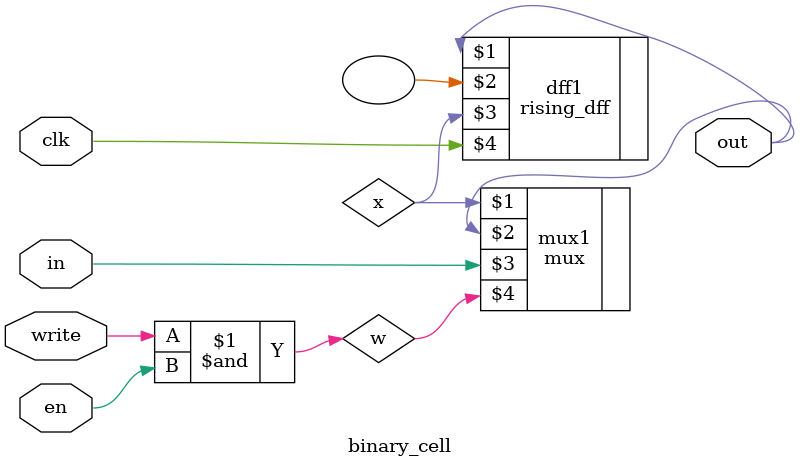
<source format=v>
module binary_cell(out,in,en,clk,write);

output out;
input in,en,clk,write;

wire x,r,out1;
and(w,write,en);

mux mux1(x,out,in,w);

rising_dff dff1(out,,x,clk);
endmodule

</source>
